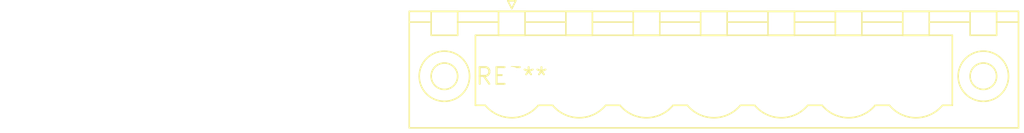
<source format=kicad_pcb>
(kicad_pcb (version 20240108) (generator pcbnew)
  (layers (0 "F.Cu" signal) (31 "B.Cu" signal) (34 "B.Paste" user) (35 "F.Paste" user) (36 "B.SilkS" user "B.Silkscreen") (37 "F.SilkS" user "F.Silkscreen") (38 "B.Mask" user) (39 "F.Mask" user) (44 "Edge.Cuts" user))
  (net 0 "")
  (footprint "PhoenixContact_MSTBV_2,5_7-GF-5,08_1x07_P5.08mm_Vertical_ThreadedFlange" (layer "F.Cu") (at 0 0)
    (property "Reference" "REF**")
    (property "Value" "PhoenixContact_MSTBV_2,5_7-GF-5,08_1x07_P5.08mm_Vertical_ThreadedFlange")
    (fp_line (start -7.73 -4.91) (end -7.73 3.91) (layer "F.SilkS") (stroke (width 0.12)))
    (fp_line (start -7.73 -4.1) (end -6.19 -4.1) (layer "F.SilkS") (stroke (width 0.12)))
    (fp_line (start -7.73 3.91) (end 38.21 3.91) (layer "F.SilkS") (stroke (width 0.12)))
    (fp_line (start -6.08 -4.91) (end -4.08 -4.91) (layer "F.SilkS") (stroke (width 0.12)))
    (fp_line (start -6.08 -3.1) (end -6.08 -4.91) (layer "F.SilkS") (stroke (width 0.12)))
    (fp_line (start -4.08 -4.91) (end -4.08 -3.1) (layer "F.SilkS") (stroke (width 0.12)))
    (fp_line (start -4.08 -4.1) (end -1 -4.1) (layer "F.SilkS") (stroke (width 0.12)))
    (fp_line (start -4.08 -3.1) (end -6.08 -3.1) (layer "F.SilkS") (stroke (width 0.12)))
    (fp_line (start -2.74 -3.1) (end 33.22 -3.1) (layer "F.SilkS") (stroke (width 0.12)))
    (fp_line (start -2.74 2.2) (end -2.74 -3.1) (layer "F.SilkS") (stroke (width 0.12)))
    (fp_line (start -2 2.2) (end -2.74 2.2) (layer "F.SilkS") (stroke (width 0.12)))
    (fp_line (start -1 -4.91) (end 1 -4.91) (layer "F.SilkS") (stroke (width 0.12)))
    (fp_line (start -1 -3.1) (end -1 -4.91) (layer "F.SilkS") (stroke (width 0.12)))
    (fp_line (start -0.3 -5.71) (end 0.3 -5.71) (layer "F.SilkS") (stroke (width 0.12)))
    (fp_line (start 0 -5.11) (end -0.3 -5.71) (layer "F.SilkS") (stroke (width 0.12)))
    (fp_line (start 0.3 -5.71) (end 0 -5.11) (layer "F.SilkS") (stroke (width 0.12)))
    (fp_line (start 1 -4.91) (end 1 -3.1) (layer "F.SilkS") (stroke (width 0.12)))
    (fp_line (start 1 -4.1) (end 4.08 -4.1) (layer "F.SilkS") (stroke (width 0.12)))
    (fp_line (start 1 -3.1) (end -1 -3.1) (layer "F.SilkS") (stroke (width 0.12)))
    (fp_line (start 2 2.2) (end 3.08 2.2) (layer "F.SilkS") (stroke (width 0.12)))
    (fp_line (start 4.08 -4.91) (end 6.08 -4.91) (layer "F.SilkS") (stroke (width 0.12)))
    (fp_line (start 4.08 -3.1) (end 4.08 -4.91) (layer "F.SilkS") (stroke (width 0.12)))
    (fp_line (start 6.08 -4.91) (end 6.08 -3.1) (layer "F.SilkS") (stroke (width 0.12)))
    (fp_line (start 6.08 -4.1) (end 9.16 -4.1) (layer "F.SilkS") (stroke (width 0.12)))
    (fp_line (start 6.08 -3.1) (end 4.08 -3.1) (layer "F.SilkS") (stroke (width 0.12)))
    (fp_line (start 7.08 2.2) (end 8.16 2.2) (layer "F.SilkS") (stroke (width 0.12)))
    (fp_line (start 9.16 -4.91) (end 11.16 -4.91) (layer "F.SilkS") (stroke (width 0.12)))
    (fp_line (start 9.16 -3.1) (end 9.16 -4.91) (layer "F.SilkS") (stroke (width 0.12)))
    (fp_line (start 11.16 -4.91) (end 11.16 -3.1) (layer "F.SilkS") (stroke (width 0.12)))
    (fp_line (start 11.16 -4.1) (end 14.24 -4.1) (layer "F.SilkS") (stroke (width 0.12)))
    (fp_line (start 11.16 -3.1) (end 9.16 -3.1) (layer "F.SilkS") (stroke (width 0.12)))
    (fp_line (start 12.16 2.2) (end 13.24 2.2) (layer "F.SilkS") (stroke (width 0.12)))
    (fp_line (start 14.24 -4.91) (end 16.24 -4.91) (layer "F.SilkS") (stroke (width 0.12)))
    (fp_line (start 14.24 -3.1) (end 14.24 -4.91) (layer "F.SilkS") (stroke (width 0.12)))
    (fp_line (start 16.24 -4.91) (end 16.24 -3.1) (layer "F.SilkS") (stroke (width 0.12)))
    (fp_line (start 16.24 -4.1) (end 19.32 -4.1) (layer "F.SilkS") (stroke (width 0.12)))
    (fp_line (start 16.24 -3.1) (end 14.24 -3.1) (layer "F.SilkS") (stroke (width 0.12)))
    (fp_line (start 17.24 2.2) (end 18.32 2.2) (layer "F.SilkS") (stroke (width 0.12)))
    (fp_line (start 19.32 -4.91) (end 21.32 -4.91) (layer "F.SilkS") (stroke (width 0.12)))
    (fp_line (start 19.32 -3.1) (end 19.32 -4.91) (layer "F.SilkS") (stroke (width 0.12)))
    (fp_line (start 21.32 -4.91) (end 21.32 -3.1) (layer "F.SilkS") (stroke (width 0.12)))
    (fp_line (start 21.32 -4.1) (end 24.4 -4.1) (layer "F.SilkS") (stroke (width 0.12)))
    (fp_line (start 21.32 -3.1) (end 19.32 -3.1) (layer "F.SilkS") (stroke (width 0.12)))
    (fp_line (start 22.32 2.2) (end 23.4 2.2) (layer "F.SilkS") (stroke (width 0.12)))
    (fp_line (start 24.4 -4.91) (end 26.4 -4.91) (layer "F.SilkS") (stroke (width 0.12)))
    (fp_line (start 24.4 -3.1) (end 24.4 -4.91) (layer "F.SilkS") (stroke (width 0.12)))
    (fp_line (start 26.4 -4.91) (end 26.4 -3.1) (layer "F.SilkS") (stroke (width 0.12)))
    (fp_line (start 26.4 -4.1) (end 29.48 -4.1) (layer "F.SilkS") (stroke (width 0.12)))
    (fp_line (start 26.4 -3.1) (end 24.4 -3.1) (layer "F.SilkS") (stroke (width 0.12)))
    (fp_line (start 27.4 2.2) (end 28.48 2.2) (layer "F.SilkS") (stroke (width 0.12)))
    (fp_line (start 29.48 -4.91) (end 31.48 -4.91) (layer "F.SilkS") (stroke (width 0.12)))
    (fp_line (start 29.48 -3.1) (end 29.48 -4.91) (layer "F.SilkS") (stroke (width 0.12)))
    (fp_line (start 31.48 -4.91) (end 31.48 -3.1) (layer "F.SilkS") (stroke (width 0.12)))
    (fp_line (start 31.48 -4.1) (end 34.56 -4.1) (layer "F.SilkS") (stroke (width 0.12)))
    (fp_line (start 31.48 -3.1) (end 29.48 -3.1) (layer "F.SilkS") (stroke (width 0.12)))
    (fp_line (start 33.22 -3.1) (end 33.22 2.2) (layer "F.SilkS") (stroke (width 0.12)))
    (fp_line (start 33.22 2.2) (end 32.48 2.2) (layer "F.SilkS") (stroke (width 0.12)))
    (fp_line (start 34.56 -4.91) (end 36.56 -4.91) (layer "F.SilkS") (stroke (width 0.12)))
    (fp_line (start 34.56 -3.1) (end 34.56 -4.91) (layer "F.SilkS") (stroke (width 0.12)))
    (fp_line (start 36.56 -4.91) (end 36.56 -3.1) (layer "F.SilkS") (stroke (width 0.12)))
    (fp_line (start 36.56 -3.1) (end 34.56 -3.1) (layer "F.SilkS") (stroke (width 0.12)))
    (fp_line (start 38.21 -4.91) (end -7.73 -4.91) (layer "F.SilkS") (stroke (width 0.12)))
    (fp_line (start 38.21 -4.1) (end 36.67 -4.1) (layer "F.SilkS") (stroke (width 0.12)))
    (fp_line (start 38.21 3.91) (end 38.21 -4.91) (layer "F.SilkS") (stroke (width 0.12)))
    (fp_arc (start 1.986842 2.215821) (mid -0.010289 3.142758) (end -2 2.2) (layer "F.SilkS") (stroke (width 0.12)))
    (fp_arc (start 7.066842 2.215821) (mid 5.069711 3.142758) (end 3.08 2.2) (layer "F.SilkS") (stroke (width 0.12)))
    (fp_arc (start 12.146842 2.215821) (mid 10.149711 3.142758) (end 8.16 2.2) (layer "F.SilkS") (stroke (width 0.12)))
    (fp_arc (start 17.226842 2.215821) (mid 15.229711 3.142758) (end 13.24 2.2) (layer "F.SilkS") (stroke (width 0.12)))
    (fp_arc (start 22.306842 2.215821) (mid 20.309711 3.142758) (end 18.32 2.2) (layer "F.SilkS") (stroke (width 0.12)))
    (fp_arc (start 27.386842 2.215821) (mid 25.389711 3.142758) (end 23.4 2.2) (layer "F.SilkS") (stroke (width 0.12)))
    (fp_arc (start 32.466842 2.215821) (mid 30.469711 3.142758) (end 28.48 2.2) (layer "F.SilkS") (stroke (width 0.12)))
    (fp_circle (center -5.08 0) (end -4.08 0) (layer "F.SilkS") (stroke (width 0.12)) (fill none))
    (fp_circle (center -5.08 0) (end -3.18 0) (layer "F.SilkS") (stroke (width 0.12)) (fill none))
    (fp_circle (center 35.56 0) (end 36.56 0) (layer "F.SilkS") (stroke (width 0.12)) (fill none))
    (fp_circle (center 35.56 0) (end 37.46 0) (layer "F.SilkS") (stroke (width 0.12)) (fill none))
    (pad "1" thru_hole roundrect (at 0 0) (size 2.08 3.6) (drill 1.4) (layers *.Cu *.Mask) (remove_unused_layers) (roundrect_rratio 0.120192))
    (pad "2" thru_hole oval (at 5.08 0) (size 2.08 3.6) (drill 1.4) (layers *.Cu *.Mask) (remove_unused_layers))
    (pad "3" thru_hole oval (at 10.16 0) (size 2.08 3.6) (drill 1.4) (layers *.Cu *.Mask) (remove_unused_layers))
    (pad "4" thru_hole oval (at 15.24 0) (size 2.08 3.6) (drill 1.4) (layers *.Cu *.Mask) (remove_unused_layers))
    (pad "5" thru_hole oval (at 20.32 0) (size 2.08 3.6) (drill 1.4) (layers *.Cu *.Mask) (remove_unused_layers))
    (pad "6" thru_hole oval (at 25.4 0) (size 2.08 3.6) (drill 1.4) (layers *.Cu *.Mask) (remove_unused_layers))
    (pad "7" thru_hole oval (at 30.48 0) (size 2.08 3.6) (drill 1.4) (layers *.Cu *.Mask) (remove_unused_layers))
  )
)
</source>
